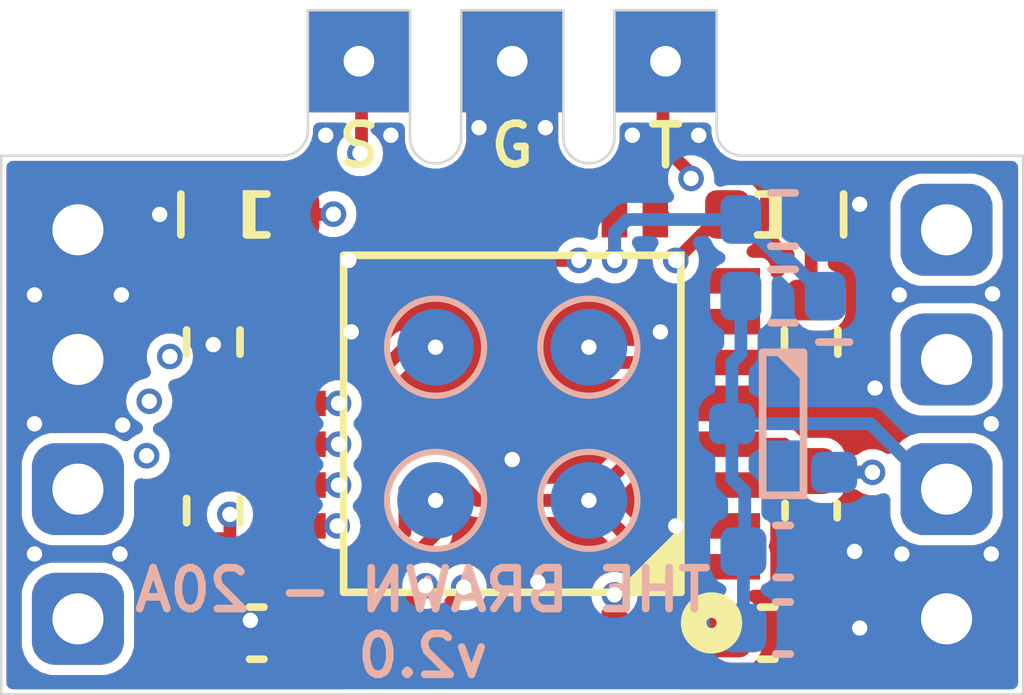
<source format=kicad_pcb>
(kicad_pcb (version 20221018) (generator pcbnew)
  (title_block (title "THE BRAWN - 20A LOGIC") (date "2023-05-29") (rev "v2.0") (company "CB-TECHNOLOGY"))
  (layers (0 "F.Cu" signal) (1 "In1.Cu" signal) (2 "In2.Cu" signal) (31 "B.Cu" signal) (34 "B.Paste" user) (35 "F.Paste" user) (36 "B.SilkS" user "B.Silkscreen") (37 "F.SilkS" user "F.Silkscreen") (38 "B.Mask" user) (39 "F.Mask" user) (44 "Edge.Cuts" user))
  (net 0 "")
  (net 1 "unconnected-(U1-PA2-Pad9)")
  (net 3 "VCC")
  (net 5 "GND")
  (net 6 "+3.3V")
  (net 12 "/SIGNAL")
  (net 14 "/LED_GREEN")
  (net 15 "/nRST")
  (net 16 "/A_FET_N1")
  (net 17 "/A_FET_N1_HS")
  (net 18 "/LED_RED")
  (net 20 "/V_BATT")
  (net 22 "/SWDIO")
  (net 23 "/SWDCLK")
  (net 25 "/A_FET_N2_HS")
  (net 26 "/A_FET_N2")
  (net 33 "Net-(DS1-K)")
  (net 34 "Net-(DS2-K)")
  (net 35 "/INVERT")
  (footprint "MountingHole:MountingHole_2.2mm_M2_Pad_TopBottom" (layer "F.Cu") (at 145.5 152.2)
    (fp_text reference "H3" hide)
    (fp_text value "MountingHole_Pad")
    (pad "1" thru_hole circle (at 0 0) (size 1 1) (drill 0.6) (layers "*.Cu" "*.Mask") (net 5 "GND"))
    (pad "1" connect rect (at 0 0) (size 2 2) (layers "F.Cu" "F.Mask") (net 5 "GND"))
    (pad "1" connect rect (at 0 0) (size 2 2) (layers "B.Cu" "B.Mask") (net 5 "GND"))
  )
  (footprint "MountingHole:MountingHole_2.2mm_M2_Pad_TopBottom" (layer "F.Cu") (at 142.5 152.2)
    (fp_text reference "H2" hide)
    (fp_text value "MountingHole_Pad")
    (pad "1" thru_hole circle (at 0 0) (size 1 1) (drill 0.6) (layers "*.Cu" "*.Mask") (net 12 "/SIGNAL"))
    (pad "1" connect rect (at 0 0) (size 2 2) (layers "F.Cu" "F.Mask") (net 12 "/SIGNAL"))
    (pad "1" connect rect (at 0 0) (size 2 2) (layers "B.Cu" "B.Mask") (net 12 "/SIGNAL"))
  )
  (footprint ".R_Resistor:R_0603" (layer "F.Cu") (at 139.65 161 90)
    (fp_text reference "R2" hide)
    (fp_text value "10K" hide)
    (fp_line (start -0.237258 -0.5225) (end 0.237258 -0.5225) (stroke (width 0.15)) (layer "F.SilkS"))
    (fp_line (start -0.237258 0.5225) (end 0.237258 0.5225) (stroke (width 0.15)) (layer "F.SilkS"))
    (pad "1" smd roundrect (at -0.825 0 90) (size 0.8 0.95) (layers "F.Cu" "F.Paste" "F.Mask") (net 23 "/SWDCLK"))
    (pad "2" smd roundrect (at 0.825 0 90) (size 0.8 0.95) (layers "F.Cu" "F.Paste" "F.Mask") (net 5 "GND"))
  )
  (footprint ".J_Connector:Pins-2.54-1x4" (layer "F.Cu") (at 137 155.5)
    (fp_text reference "J2" hide)
    (fp_text value "Pins_2.54_1x4" hide)
    (pad "1" thru_hole roundrect (at 0 0) (size 1.8 1.8) (drill 1) (layers "*.Cu" "*.Mask") (net 5 "GND"))
    (pad "2" thru_hole roundrect (at 0 2.54) (size 1.8 1.8) (drill 1) (layers "*.Cu" "*.Mask") (net 5 "GND"))
    (pad "3" thru_hole roundrect (at 0 5.08) (size 1.8 1.8) (drill 1) (layers "*.Cu" "*.Mask") (net 26 "/A_FET_N2"))
    (pad "4" thru_hole roundrect (at 0 7.62) (size 1.8 1.8) (drill 1) (layers "*.Cu" "*.Mask") (net 16 "/A_FET_N1"))
  )
  (footprint ".R_Resistor:R_0603" (layer "F.Cu") (at 151.35 157.7 -90)
    (fp_text reference "R10" hide)
    (fp_text value "120R" hide)
    (fp_line (start -0.237258 -0.5225) (end 0.237258 -0.5225) (stroke (width 0.15)) (layer "F.SilkS"))
    (fp_line (start -0.237258 0.5225) (end 0.237258 0.5225) (stroke (width 0.15)) (layer "F.SilkS"))
    (pad "1" smd roundrect (at -0.825 0 270) (size 0.8 0.95) (layers "F.Cu" "F.Paste" "F.Mask") (net 34 "Net-(DS2-K)"))
    (pad "2" smd roundrect (at 0.825 0 270) (size 0.8 0.95) (layers "F.Cu" "F.Paste" "F.Mask") (net 5 "GND"))
  )
  (footprint ".R_Resistor:R_0603" (layer "F.Cu") (at 139.65 157.7 -90)
    (fp_text reference "R8" hide)
    (fp_text value "120R" hide)
    (fp_line (start -0.237258 -0.5225) (end 0.237258 -0.5225) (stroke (width 0.15)) (layer "F.SilkS"))
    (fp_line (start -0.237258 0.5225) (end 0.237258 0.5225) (stroke (width 0.15)) (layer "F.SilkS"))
    (pad "1" smd roundrect (at -0.825 0 270) (size 0.8 0.95) (layers "F.Cu" "F.Paste" "F.Mask") (net 33 "Net-(DS1-K)"))
    (pad "2" smd roundrect (at 0.825 0 270) (size 0.8 0.95) (layers "F.Cu" "F.Paste" "F.Mask") (net 5 "GND"))
  )
  (footprint ".C_Capacitor:C_0603" (layer "F.Cu") (at 151.35 161 -90)
    (fp_text reference "C5" hide)
    (fp_text value "100nF" hide)
    (fp_line (start -0.14058 -0.51) (end 0.14058 -0.51) (stroke (width 0.15)) (layer "F.SilkS"))
    (fp_line (start -0.14058 0.51) (end 0.14058 0.51) (stroke (width 0.15)) (layer "F.SilkS"))
    (pad "1" smd roundrect (at -0.775 0 270) (size 0.9 0.95) (layers "F.Cu" "F.Paste" "F.Mask") (net 6 "+3.3V"))
    (pad "2" smd roundrect (at 0.775 0 270) (size 0.9 0.95) (layers "F.Cu" "F.Paste" "F.Mask") (net 5 "GND"))
  )
  (footprint ".C_Capacitor:C_0603" (layer "F.Cu") (at 140.5 163.4 180)
    (fp_text reference "C9" hide)
    (fp_text value "4.7uF" hide)
    (fp_line (start -0.14058 -0.51) (end 0.14058 -0.51) (stroke (width 0.15)) (layer "F.SilkS"))
    (fp_line (start -0.14058 0.51) (end 0.14058 0.51) (stroke (width 0.15)) (layer "F.SilkS"))
    (pad "1" smd roundrect (at -0.775 0 180) (size 0.9 0.95) (layers "F.Cu" "F.Paste" "F.Mask") (net 6 "+3.3V"))
    (pad "2" smd roundrect (at 0.775 0 180) (size 0.9 0.95) (layers "F.Cu" "F.Paste" "F.Mask") (net 5 "GND"))
  )
  (footprint "MountingHole:MountingHole_2.2mm_M2_Pad_TopBottom" (layer "F.Cu") (at 148.5 152.2)
    (fp_text reference "H1" hide)
    (fp_text value "MountingHole_Pad")
    (pad "1" thru_hole circle (at 0 0) (size 1 1) (drill 0.6) (layers "*.Cu" "*.Mask") (net 35 "/INVERT"))
    (pad "1" connect rect (at 0 0) (size 2 2) (layers "F.Cu" "F.Mask") (net 35 "/INVERT"))
    (pad "1" connect rect (at 0 0) (size 2 2) (layers "B.Cu" "B.Mask") (net 35 "/INVERT"))
  )
  (footprint ".U_IC:LQFP32_08_7x7" (layer "F.Cu") (at 145.5 159.3 180)
    (fp_text reference "U1" hide)
    (fp_text value "STM32G030KxTx" hide)
    (fp_rect (start -3.3 3.3) (end 3.3 -3.3) (stroke (width 0.15)) (fill none) (layer "F.SilkS"))
    (fp_circle (center -3.9 -3.9) (end -3.8 -3.9) (stroke (width 0.5)) (fill none) (layer "F.SilkS"))
    (fp_poly (pts (xy -3.3 -2.1) (xy -3.3 -3.3) (xy -2.1 -3.3)) (stroke (width 0.12)) (fill solid) (layer "F.SilkS"))
    (pad "1" smd rect (at -4.25 -2.8 270) (size 0.5 1.2) (layers "F.Cu" "F.Paste" "F.Mask"))
    (pad "2" smd rect (at -4.25 -2 270) (size 0.5 1.2) (layers "F.Cu" "F.Paste" "F.Mask"))
    (pad "3" smd rect (at -4.25 -1.2 270) (size 0.5 1.2) (layers "F.Cu" "F.Paste" "F.Mask"))
    (pad "4" smd rect (at -4.25 -0.4 270) (size 0.5 1.2) (layers "F.Cu" "F.Paste" "F.Mask") (net 6 "+3.3V"))
    (pad "5" smd rect (at -4.25 0.4 270) (size 0.5 1.2) (layers "F.Cu" "F.Paste" "F.Mask") (net 5 "GND"))
    (pad "6" smd rect (at -4.25 1.2 270) (size 0.5 1.2) (layers "F.Cu" "F.Paste" "F.Mask") (net 15 "/nRST"))
    (pad "7" smd rect (at -4.25 2 270) (size 0.5 1.2) (layers "F.Cu" "F.Paste" "F.Mask"))
    (pad "8" smd rect (at -4.25 2.8 270) (size 0.5 1.2) (layers "F.Cu" "F.Paste" "F.Mask"))
    (pad "9" smd rect (at -2.8 4.25 180) (size 0.5 1.2) (layers "F.Cu" "F.Paste" "F.Mask") (net 1 "unconnected-(U1-PA2-Pad9)"))
    (pad "10" smd rect (at -2 4.25 180) (size 0.5 1.2) (layers "F.Cu" "F.Paste" "F.Mask") (net 20 "/V_BATT"))
    (pad "11" smd rect (at -1.2 4.25 180) (size 0.5 1.2) (layers "F.Cu" "F.Paste" "F.Mask"))
    (pad "12" smd rect (at -0.4 4.25 180) (size 0.5 1.2) (layers "F.Cu" "F.Paste" "F.Mask"))
    (pad "13" smd rect (at 0.4 4.25 180) (size 0.5 1.2) (layers "F.Cu" "F.Paste" "F.Mask"))
    (pad "14" smd rect (at 1.2 4.25 180) (size 0.5 1.2) (layers "F.Cu" "F.Paste" "F.Mask"))
    (pad "15" smd rect (at 2 4.25 180) (size 0.5 1.2) (layers "F.Cu" "F.Paste" "F.Mask") (net 35 "/INVERT"))
    (pad "16" smd rect (at 2.8 4.25 180) (size 0.5 1.2) (layers "F.Cu" "F.Paste" "F.Mask"))
    (pad "17" smd rect (at 4.25 2.8 270) (size 0.5 1.2) (layers "F.Cu" "F.Paste" "F.Mask"))
    (pad "18" smd rect (at 4.25 2 270) (size 0.5 1.2) (layers "F.Cu" "F.Paste" "F.Mask"))
    (pad "19" smd rect (at 4.25 1.2 270) (size 0.5 1.2) (layers "F.Cu" "F.Paste" "F.Mask"))
    (pad "20" smd rect (at 4.25 0.4 270) (size 0.5 1.2) (layers "F.Cu" "F.Paste" "F.Mask") (net 17 "/A_FET_N1_HS"))
    (pad "21" smd rect (at 4.25 -0.4 270) (size 0.5 1.2) (layers "F.Cu" "F.Paste" "F.Mask") (net 16 "/A_FET_N1"))
    (pad "22" smd rect (at 4.25 -1.2 270) (size 0.5 1.2) (layers "F.Cu" "F.Paste" "F.Mask") (net 26 "/A_FET_N2"))
    (pad "23" smd rect (at 4.25 -2 270) (size 0.5 1.2) (layers "F.Cu" "F.Paste" "F.Mask") (net 25 "/A_FET_N2_HS"))
    (pad "24" smd rect (at 4.25 -2.8 270) (size 0.5 1.2) (layers "F.Cu" "F.Paste" "F.Mask") (net 22 "/SWDIO"))
    (pad "25" smd rect (at 2.8 -4.25 180) (size 0.5 1.2) (layers "F.Cu" "F.Paste" "F.Mask") (net 23 "/SWDCLK"))
    (pad "26" smd rect (at 2 -4.25 180) (size 0.5 1.2) (layers "F.Cu" "F.Paste" "F.Mask") (net 14 "/LED_GREEN"))
    (pad "27" smd rect (at 1.2 -4.25 180) (size 0.5 1.2) (layers "F.Cu" "F.Paste" "F.Mask") (net 18 "/LED_RED"))
    (pad "28" smd rect (at 0.4 -4.25 180) (size 0.5 1.2) (layers "F.Cu" "F.Paste" "F.Mask"))
    (pad "29" smd rect (at -0.4 -4.25 180) (size 0.5 1.2) (layers "F.Cu" "F.Paste" "F.Mask"))
    (pad "30" smd rect (at -1.2 -4.25 180) (size 0.5 1.2) (layers "F.Cu" "F.Paste" "F.Mask"))
    (pad "31" smd rect (at -2 -4.25 180) (size 0.5 1.2) (layers "F.Cu" "F.Paste" "F.Mask") (net 12 "/SIGNAL"))
    (pad "32" smd rect (at -2.8 -4.25 180) (size 0.5 1.2) (layers "F.Cu" "F.Paste" "F.Mask"))
  )
  (footprint ".C_Capacitor:C_0603" (layer "F.Cu") (at 150.5 163.4)
    (fp_text reference "C7" hide)
    (fp_text value "1uF" hide)
    (fp_line (start -0.14058 -0.51) (end 0.14058 -0.51) (stroke (width 0.15)) (layer "F.SilkS"))
    (fp_line (start -0.14058 0.51) (end 0.14058 0.51) (stroke (width 0.15)) (layer "F.SilkS"))
    (pad "1" smd roundrect (at -0.775 0) (size 0.9 0.95) (layers "F.Cu" "F.Paste" "F.Mask") (net 6 "+3.3V"))
    (pad "2" smd roundrect (at 0.775 0) (size 0.9 0.95) (layers "F.Cu" "F.Paste" "F.Mask") (net 5 "GND"))
  )
  (footprint ".DS_LED:DS_0603" (layer "F.Cu") (at 150.5 155.2 180)
    (fp_text reference "DS2" hide)
    (fp_text value "GREEN" hide)
    (fp_line (start -1.485 -0.4) (end -1.485 0.4) (stroke (width 0.15)) (layer "F.SilkS"))
    (fp_line (start -0.2 -0.4) (end 0.2 -0.4) (stroke (width 0.15)) (layer "F.SilkS"))
    (fp_line (start -0.2 0.4) (end 0.2 0.4) (stroke (width 0.15)) (layer "F.SilkS"))
    (fp_rect (start -0.2 -0.4) (end -0.1 0.4) (stroke (width 0.15)) (fill solid) (layer "F.SilkS"))
    (pad "1" smd roundrect (at -0.7875 0 180) (size 0.875 0.95) (layers "F.Cu" "F.Paste" "F.Mask") (net 34 "Net-(DS2-K)"))
    (pad "2" smd roundrect (at 0.7875 0 180) (size 0.875 0.95) (layers "F.Cu" "F.Paste" "F.Mask") (net 14 "/LED_GREEN"))
  )
  (footprint ".J_Connector:Pins-2.54-1x4" (layer "F.Cu") (at 154 155.5)
    (fp_text reference "J1" hide)
    (fp_text value "Pins_2.54_1x4" hide)
    (pad "1" thru_hole roundrect (at 0 0) (size 1.8 1.8) (drill 1) (layers "*.Cu" "*.Mask") (net 17 "/A_FET_N1_HS"))
    (pad "2" thru_hole roundrect (at 0 2.54) (size 1.8 1.8) (drill 1) (layers "*.Cu" "*.Mask") (net 25 "/A_FET_N2_HS"))
    (pad "3" thru_hole roundrect (at 0 5.08) (size 1.8 1.8) (drill 1) (layers "*.Cu" "*.Mask") (net 3 "VCC"))
    (pad "4" thru_hole roundrect (at 0 7.62) (size 1.8 1.8) (drill 1) (layers "*.Cu" "*.Mask") (net 5 "GND"))
  )
  (footprint ".DS_LED:DS_0603" (layer "F.Cu") (at 140.5 155.2)
    (fp_text reference "DS1" hide)
    (fp_text value "RED" hide)
    (fp_line (start -1.485 -0.4) (end -1.485 0.4) (stroke (width 0.15)) (layer "F.SilkS"))
    (fp_line (start -0.2 -0.4) (end 0.2 -0.4) (stroke (width 0.15)) (layer "F.SilkS"))
    (fp_line (start -0.2 0.4) (end 0.2 0.4) (stroke (width 0.15)) (layer "F.SilkS"))
    (fp_rect (start -0.2 -0.4) (end -0.1 0.4) (stroke (width 0.15)) (fill solid) (layer "F.SilkS"))
    (pad "1" smd roundrect (at -0.7875 0) (size 0.875 0.95) (layers "F.Cu" "F.Paste" "F.Mask") (net 33 "Net-(DS1-K)"))
    (pad "2" smd roundrect (at 0.7875 0) (size 0.875 0.95) (layers "F.Cu" "F.Paste" "F.Mask") (net 18 "/LED_RED"))
  )
  (footprint "TestPoint:TestPoint_Pad_D1.5mm" (layer "B.Cu") (at 147 160.8 180)
    (fp_text reference "TP1" hide)
    (fp_text value "TestPoint")
    (fp_circle (center 0 0) (end 0 -0.95) (stroke (width 0.12)) (fill none) (layer "B.SilkS"))
    (pad "1" smd circle (at 0 0 180) (size 1.5 1.5) (layers "B.Cu" "B.Mask") (net 6 "+3.3V"))
  )
  (footprint "TestPoint:TestPoint_Pad_D1.5mm" (layer "B.Cu") (at 144 157.8 180)
    (fp_text reference "TP3" hide)
    (fp_text value "TestPoint")
    (fp_circle (center 0 0) (end 0 -0.95) (stroke (width 0.12)) (fill none) (layer "B.SilkS"))
    (pad "1" smd circle (at 0 0 180) (size 1.5 1.5) (layers "B.Cu" "B.Mask") (net 22 "/SWDIO"))
  )
  (footprint ".R_Resistor:R_0603" (layer "B.Cu") (at 150.8 155.3)
    (fp_text reference "R4" hide)
    (fp_text value "10K" hide)
    (fp_line (start -0.237258 -0.5225) (end 0.237258 -0.5225) (stroke (width 0.15)) (layer "B.SilkS"))
    (fp_line (start -0.237258 0.5225) (end 0.237258 0.5225) (stroke (width 0.15)) (layer "B.SilkS"))
    (pad "1" smd roundrect (at -0.825 0) (size 0.8 0.95) (layers "B.Cu" "B.Paste" "B.Mask") (net 20 "/V_BATT"))
    (pad "2" smd roundrect (at 0.825 0) (size 0.8 0.95) (layers "B.Cu" "B.Paste" "B.Mask") (net 5 "GND"))
  )
  (footprint ".C_Capacitor:C_0603" (layer "B.Cu") (at 150.8 163.3)
    (fp_text reference "C1" hide)
    (fp_text value "1uF" hide)
    (fp_line (start -0.14058 -0.51) (end 0.14058 -0.51) (stroke (width 0.15)) (layer "B.SilkS"))
    (fp_line (start -0.14058 0.51) (end 0.14058 0.51) (stroke (width 0.15)) (layer "B.SilkS"))
    (pad "1" smd roundrect (at -0.775 0) (size 0.9 0.95) (layers "B.Cu" "B.Paste" "B.Mask") (net 3 "VCC"))
    (pad "2" smd roundrect (at 0.775 0) (size 0.9 0.95) (layers "B.Cu" "B.Paste" "B.Mask") (net 5 "GND"))
  )
  (footprint ".R_Resistor:R_0603" (layer "B.Cu") (at 150.8 156.8)
    (fp_text reference "R3" hide)
    (fp_text value "62K" hide)
    (fp_line (start -0.237258 -0.5225) (end 0.237258 -0.5225) (stroke (width 0.15)) (layer "B.SilkS"))
    (fp_line (start -0.237258 0.5225) (end 0.237258 0.5225) (stroke (width 0.15)) (layer "B.SilkS"))
    (pad "1" smd roundrect (at -0.825 0) (size 0.8 0.95) (layers "B.Cu" "B.Paste" "B.Mask") (net 3 "VCC"))
    (pad "2" smd roundrect (at 0.825 0) (size 0.8 0.95) (layers "B.Cu" "B.Paste" "B.Mask") (net 20 "/V_BATT"))
  )
  (footprint ".C_Capacitor:C_0603" (layer "B.Cu") (at 150.8 161.8)
    (fp_text reference "C3" hide)
    (fp_text value "100nF" hide)
    (fp_line (start -0.14058 -0.51) (end 0.14058 -0.51) (stroke (width 0.15)) (layer "B.SilkS"))
    (fp_line (start -0.14058 0.51) (end 0.14058 0.51) (stroke (width 0.15)) (layer "B.SilkS"))
    (pad "1" smd roundrect (at -0.775 0) (size 0.9 0.95) (layers "B.Cu" "B.Paste" "B.Mask") (net 3 "VCC"))
    (pad "2" smd roundrect (at 0.775 0) (size 0.9 0.95) (layers "B.Cu" "B.Paste" "B.Mask") (net 5 "GND"))
  )
  (footprint "TestPoint:TestPoint_Pad_D1.5mm" (layer "B.Cu") (at 147 157.8 180)
    (fp_text reference "TP2" hide)
    (fp_text value "TestPoint")
    (fp_circle (center 0 0) (end 0 -0.95) (stroke (width 0.12)) (fill none) (layer "B.SilkS"))
    (pad "1" smd circle (at 0 0 180) (size 1.5 1.5) (layers "B.Cu" "B.Mask") (net 15 "/nRST"))
  )
  (footprint ".U_IC:SOT23_3" (layer "B.Cu") (at 150.8 159.3 180)
    (fp_text reference "U2" hide)
    (fp_text value "LR7533" hide)
    (fp_line (start -1.3 1.6) (end -0.7 1.6) (stroke (width 0.15)) (layer "B.SilkS"))
    (fp_rect (start -0.4 -1.4) (end 0.4 1.4) (stroke (width 0.15)) (fill none) (layer "B.SilkS"))
    (fp_poly (pts (xy -0.4 0.9) (xy -0.4 1.4) (xy 0.1 1.4)) (stroke (width 0.12)) (fill solid) (layer "B.SilkS"))
    (pad "1" smd roundrect (at -1 0.95 180) (size 0.9 0.8) (layers "B.Cu" "B.Paste" "B.Mask") (net 5 "GND"))
    (pad "2" smd roundrect (at -1 -0.95 180) (size 0.9 0.8) (layers "B.Cu" "B.Paste" "B.Mask") (net 6 "+3.3V"))
    (pad "3" smd roundrect (at 1 0 180) (size 0.9 0.8) (layers "B.Cu" "B.Paste" "B.Mask") (net 3 "VCC"))
  )
  (footprint "TestPoint:TestPoint_Pad_D1.5mm" (layer "B.Cu") (at 144 160.8 180)
    (fp_text reference "TP4" hide)
    (fp_text value "TestPoint")
    (fp_circle (center 0 0) (end 0 -0.95) (stroke (width 0.12)) (fill none) (layer "B.SilkS"))
    (pad "1" smd circle (at 0 0 180) (size 1.5 1.5) (layers "B.Cu" "B.Mask") (net 23 "/SWDCLK"))
  )
  (gr_line (start 148.25 153.425) (end 148.75 153.425) (stroke (width 0.15)) (layer "F.SilkS"))
  (gr_line (start 148.5 153.425) (end 148.5 154.225) (stroke (width 0.15)) (layer "F.SilkS"))
  (gr_line (start 146.5 151.2) (end 144.5 151.2) (stroke (width 0.05)) (layer "Edge.Cuts"))
  (gr_line (start 143.5 153.7) (end 143.5 151.2) (stroke (width 0.05)) (layer "Edge.Cuts"))
  (gr_line (start 149.5 151.2) (end 149.5 153.55) (stroke (width 0.05)) (layer "Edge.Cuts"))
  (gr_line (start 141.5 151.2) (end 141.5 153.55) (stroke (width 0.05)) (layer "Edge.Cuts"))
  (gr_line (start 155.5 154.05) (end 155.5 164.6) (stroke (width 0.05)) (layer "Edge.Cuts"))
  (gr_arc (start 150 154.05) (mid 149.646447 153.903553) (end 149.5 153.55) (stroke (width 0.05)) (layer "Edge.Cuts"))
  (gr_line (start 147.5 151.2) (end 149.5 151.2) (stroke (width 0.05)) (layer "Edge.Cuts"))
  (gr_line (start 135.5 154.05) (end 135.5 164.6) (stroke (width 0.05)) (layer "Edge.Cuts"))
  (gr_line (start 144.5 151.2) (end 144.5 153.7) (stroke (width 0.05)) (layer "Edge.Cuts"))
  (gr_line (start 143.5 151.2) (end 141.5 151.2) (stroke (width 0.05)) (layer "Edge.Cuts"))
  (gr_arc (start 141.5 153.55) (mid 141.353553 153.903553) (end 141 154.05) (stroke (width 0.05)) (layer "Edge.Cuts"))
  (gr_arc (start 147.5 153.7) (mid 147.353553 154.053553) (end 147 154.2) (stroke (width 0.05)) (layer "Edge.Cuts"))
  (gr_arc (start 147 154.2) (mid 146.646447 154.053553) (end 146.5 153.7) (stroke (width 0.05)) (layer "Edge.Cuts"))
  (gr_line (start 147.5 151.2) (end 147.5 153.7) (stroke (width 0.05)) (layer "Edge.Cuts"))
  (gr_line (start 155.5 164.6) (end 135.5 164.6) (stroke (width 0.05)) (layer "Edge.Cuts"))
  (gr_line (start 135.5 154.05) (end 141 154.05) (stroke (width 0.05)) (layer "Edge.Cuts"))
  (gr_line (start 150 154.05) (end 155.5 154.05) (stroke (width 0.05)) (layer "Edge.Cuts"))
  (gr_arc (start 144.5 153.7) (mid 144.353553 154.053553) (end 144 154.2) (stroke (width 0.05)) (layer "Edge.Cuts"))
  (gr_arc (start 144 154.2) (mid 143.646447 154.053553) (end 143.5 153.7) (stroke (width 0.05)) (layer "Edge.Cuts"))
  (gr_line (start 146.5 153.7) (end 146.5 151.2) (stroke (width 0.05)) (layer "Edge.Cuts"))
  (gr_text "THE BRAWN - 20A\nv2.0" (at 143.75 163.2) (layer "B.SilkS") (effects (font (size 0.8 0.8)) (justify mirror)))
  (gr_text "S" (at 142.5 153.85) (layer "F.SilkS") (effects (font (size 0.8 0.8))))
  (gr_text "G" (at 145.5 153.85) (layer "F.SilkS") (effects (font (size 0.8 0.8))))
  (segment (start 148.45 155.2) (end 148.3 155.05) (width 0.25) (layer "F.Cu") (net 1))
  (segment (start 150.05 161.775) (end 150.025 161.8) (width 0.25) (layer "B.Cu") (net 3))
  (segment (start 149.8 158.1) (end 149.975 157.925) (width 0.25) (layer "B.Cu") (net 3))
  (segment (start 154.2 160.58) (end 153.791827 160.58) (width 0.25) (layer "B.Cu") (net 3))
  (segment (start 149.8 159.3) (end 149.8 160.375) (width 0.25) (layer "B.Cu") (net 3))
  (segment (start 150.05 160.625) (end 150.05 161.775) (width 0.25) (layer "B.Cu") (net 3))
  (segment (start 149.8 160.375) (end 150.05 160.625) (width 0.25) (layer "B.Cu") (net 3))
  (segment (start 152.511827 159.3) (end 149.8 159.3) (width 0.25) (layer "B.Cu") (net 3))
  (segment (start 150.025 161.8) (end 150.025 163.3) (width 0.25) (layer "B.Cu") (net 3))
  (segment (start 149.8 159.3) (end 149.8 158.1) (width 0.25) (layer "B.Cu") (net 3))
  (segment (start 153.791827 160.58) (end 152.511827 159.3) (width 0.25) (layer "B.Cu") (net 3))
  (segment (start 149.975 157.925) (end 149.975 156.8) (width 0.25) (layer "B.Cu") (net 3))
  (segment (start 140.3755 163.1505) (end 139.9745 163.1505) (width 0.25) (layer "F.Cu") (net 5))
  (segment (start 139.9745 163.1505) (end 139.725 163.4) (width 0.25) (layer "F.Cu") (net 5))
  (via (at 136.15 159.3) (size 0.5) (drill 0.3) (layers "F.Cu" "B.Cu") (net 5))
  (via (at 145.5 160) (size 0.5) (drill 0.3) (layers "F.Cu" "B.Cu") (net 5))
  (via (at 152.6 158.6) (size 0.5) (drill 0.3) (layers "F.Cu" "B.Cu") (net 5))
  (via (at 154.875 161.85) (size 0.5) (drill 0.3) (layers "F.Cu" "B.Cu") (net 5))
  (via (at 154.875 159.3) (size 0.5) (drill 0.3) (layers "F.Cu" "B.Cu") (net 5))
  (via (at 137.822216 161.851125) (size 0.5) (drill 0.3) (layers "F.Cu" "B.Cu") (net 5))
  (via (at 153.075 156.775) (size 0.5) (drill 0.3) (layers "F.Cu" "B.Cu") (net 5))
  (via (at 137.875 159.325) (size 0.5) (drill 0.3) (layers "F.Cu" "B.Cu") (net 5))
  (via (at 137.85 156.775) (size 0.5) (drill 0.3) (layers "F.Cu" "B.Cu") (net 5))
  (via (at 144.85 153.5) (size 0.5) (drill 0.3) (layers "F.Cu" "B.Cu") (net 5))
  (via (at 148.7 161.3) (size 0.5) (drill 0.3) (layers "F.Cu" "B.Cu") (net 5))
  (via (at 149.15 153.65) (size 0.5) (drill 0.3) (layers "F.Cu" "B.Cu") (net 5))
  (via (at 142.3 156.1) (size 0.5) (drill 0.3) (layers "F.Cu" "B.Cu") (net 5))
  (via (at 153.125 161.85) (size 0.5) (drill 0.3) (layers "F.Cu" "B.Cu") (net 5))
  (via (at 142.35 157.5) (size 0.5) (drill 0.3) (layers "F.Cu" "B.Cu") (net 5))
  (via (at 152.3 163.3) (size 0.5) (drill 0.3) (layers "F.Cu" "B.Cu") (net 5))
  (via (at 154.9 156.754538) (size 0.5) (drill 0.3) (layers "F.Cu" "B.Cu") (net 5))
  (via (at 139.65 157.75) (size 0.5) (drill 0.3) (layers "F.Cu" "B.Cu") (net 5))
  (via (at 146.15 153.5) (size 0.5) (drill 0.3) (layers "F.Cu" "B.Cu") (net 5))
  (via (at 147.85 153.649502) (size 0.5) (drill 0.3) (layers "F.Cu" "B.Cu") (net 5))
  (via (at 140.3755 163.1505) (size 0.5) (drill 0.3) (layers "F.Cu" "B.Cu") (net 5))
  (via (at 152.2 161.8) (size 0.5) (drill 0.3) (layers "F.Cu" "B.Cu") (net 5))
  (via (at 146 162.4) (size 0.5) (drill 0.3) (layers "F.Cu" "B.Cu") (net 5))
  (via (at 143.1245 153.649502) (size 0.5) (drill 0.3) (layers "F.Cu" "B.Cu") (net 5))
  (via (at 152.3 155) (size 0.5) (drill 0.3) (layers "F.Cu" "B.Cu") (net 5))
  (via (at 148.4 157.5) (size 0.5) (drill 0.3) (layers "F.Cu" "B.Cu") (net 5))
  (via (at 136.15 156.775) (size 0.5) (drill 0.3) (layers "F.Cu" "B.Cu") (net 5))
  (via (at 138.6 155.2) (size 0.5) (drill 0.3) (layers "F.Cu" "B.Cu") (net 5))
  (via (at 141.85 153.649502) (size 0.5) (drill 0.3) (layers "F.Cu" "B.Cu") (net 5))
  (via (at 136.15 161.85) (size 0.5) (drill 0.3) (layers "F.Cu" "B.Cu") (net 5))
  (segment (start 148.1 159.7) (end 148.85 159.7) (width 0.25) (layer "F.Cu") (net 6))
  (segment (start 149.625 163.4) (end 147.025 160.8) (width 0.25) (layer "F.Cu") (net 6))
  (segment (start 152.55 160.25) (end 151.375 160.25) (width 0.25) (layer "F.Cu") (net 6))
  (segment (start 147.025 160.8) (end 147 160.8) (width 0.25) (layer "F.Cu") (net 6))
  (segment (start 141.275 163.4) (end 141.424569 163.4) (width 0.25) (layer "F.Cu") (net 6))
  (segment (start 144.825 160.8) (end 147 160.8) (width 0.25) (layer "F.Cu") (net 6))
  (segment (start 149.75 159.7) (end 148.85 159.7) (width 0.25) (layer "F.Cu") (net 6))
  (segment (start 151.375 160.25) (end 151.35 160.225) (width 0.25) (layer "F.Cu") (net 6))
  (segment (start 149.725 163.4) (end 149.625 163.4) (width 0.25) (layer "F.Cu") (net 6))
  (segment (start 150.825 159.7) (end 149.75 159.7) (width 0.25) (layer "F.Cu") (net 6))
  (segment (start 143.4 160.586827) (end 143.761827 160.225) (width 0.25) (layer "F.Cu") (net 6))
  (segment (start 144.25 160.225) (end 144.825 160.8) (width 0.25) (layer "F.Cu") (net 6))
  (segment (start 151.35 160.225) (end 150.825 159.7) (width 0.25) (layer "F.Cu") (net 6))
  (segment (start 143.761827 160.225) (end 144.25 160.225) (width 0.25) (layer "F.Cu") (net 6))
  (segment (start 141.275 163.4) (end 141.4 163.4) (width 0.25) (layer "F.Cu") (net 6))
  (segment (start 147 160.8) (end 148.1 159.7) (width 0.25) (layer "F.Cu") (net 6))
  (segment (start 143.4 161.424569) (end 143.4 160.586827) (width 0.25) (layer "F.Cu") (net 6))
  (segment (start 141.424569 163.4) (end 143.4 161.424569) (width 0.25) (layer "F.Cu") (net 6))
  (via (at 147 160.8) (size 0.5) (drill 0.3) (layers "F.Cu" "B.Cu") (net 6))
  (via (at 152.55 160.25) (size 0.5) (drill 0.3) (layers "F.Cu" "B.Cu") (net 6))
  (segment (start 152.55 160.25) (end 151.8 160.25) (width 0.25) (layer "B.Cu") (net 6))
  (segment (start 147.5 163.6) (end 147.5 162.65) (width 0.25) (layer "F.Cu") (net 12))
  (segment (start 142.55 153.9) (end 142.55 152.55) (width 0.25) (layer "F.Cu") (net 12))
  (via (at 142.519435 154.000498) (size 0.5) (drill 0.3) (layers "F.Cu" "B.Cu") (net 12))
  (via (at 147.5 162.65) (size 0.5) (drill 0.3) (layers "F.Cu" "B.Cu") (net 12))
  (segment (start 143.5 162.773431) (end 143.5 163.55) (width 0.25) (layer "F.Cu") (net 14))
  (segment (start 143.800864 162.472567) (end 143.5 162.773431) (width 0.25) (layer "F.Cu") (net 14))
  (segment (start 149.6 155.2) (end 148.7 156.1) (width 0.25) (layer "F.Cu") (net 14))
  (segment (start 143.800864 162.472567) (end 143.736715 162.536716) (width 0.25) (layer "F.Cu") (net 14))
  (segment (start 149.7125 155.2) (end 149.6 155.2) (width 0.25) (layer "F.Cu") (net 14))
  (via (at 148.7 156.1) (size 0.5) (drill 0.3) (layers "F.Cu" "B.Cu") (net 14))
  (via (at 143.800864 162.472567) (size 0.5) (drill 0.3) (layers "F.Cu" "B.Cu") (net 14))
  (via (at 138.7995 157.982621) (size 0.5) (drill 0.3) (layers "F.Cu" "B.Cu") (net 14))
  (segment (start 147.3 158.1) (end 147 157.8) (width 0.25) (layer "F.Cu") (net 15))
  (segment (start 149.75 158.1) (end 147.3 158.1) (width 0.25) (layer "F.Cu") (net 15))
  (via (at 147 157.8) (size 0.5) (drill 0.3) (layers "F.Cu" "B.Cu") (net 15))
  (segment (start 141.15 159.7) (end 142.1 159.7) (width 0.25) (layer "F.Cu") (net 16))
  (via (at 142.1 159.7) (size 0.5) (drill 0.3) (layers "F.Cu" "B.Cu") (net 16))
  (via (at 138.3438 159.9255) (size 0.5) (drill 0.3) (layers "F.Cu" "B.Cu") (net 16))
  (segment (start 142.113173 159.7) (end 142.1 159.7) (width 0.25) (layer "B.Cu") (net 16))
  (segment (start 141.15 158.9) (end 142.1 158.9) (width 0.25) (layer "F.Cu") (net 17))
  (via (at 142.1 158.9) (size 0.5) (drill 0.3) (layers "F.Cu" "B.Cu") (net 17))
  (segment (start 144.3 162.786604) (end 144.3 163.55) (width 0.25) (layer "F.Cu") (net 18))
  (segment (start 141.994 155.2) (end 141.2875 155.2) (width 0.25) (layer "F.Cu") (net 18))
  (segment (start 144.55 162.5) (end 144.55 162.536604) (width 0.25) (layer "F.Cu") (net 18))
  (segment (start 144.55 162.536604) (end 144.3 162.786604) (width 0.25) (layer "F.Cu") (net 18))
  (segment (start 142.000498 155.193502) (end 141.994 155.2) (width 0.25) (layer "F.Cu") (net 18))
  (via (at 142.000498 155.193502) (size 0.5) (drill 0.3) (layers "F.Cu" "B.Cu") (net 18))
  (via (at 138.396298 158.858575) (size 0.5) (drill 0.3) (layers "F.Cu" "B.Cu") (net 18))
  (via (at 144.55 162.5) (size 0.5) (drill 0.3) (layers "F.Cu" "B.Cu") (net 18))
  (segment (start 147.5 155.025) (end 147.5 156.094552) (width 0.25) (layer "F.Cu") (net 20))
  (segment (start 147.5 156.094552) (end 147.505452 156.100004) (width 0.25) (layer "F.Cu") (net 20))
  (via (at 147.505452 156.100004) (size 0.5) (drill 0.3) (layers "F.Cu" "B.Cu") (net 20))
  (segment (start 147.505452 155.544548) (end 147.75 155.3) (width 0.25) (layer "B.Cu") (net 20))
  (segment (start 147.75 155.3) (end 149.975 155.3) (width 0.25) (layer "B.Cu") (net 20))
  (segment (start 150.75 156.075) (end 149.975 155.3) (width 0.25) (layer "B.Cu") (net 20))
  (segment (start 150.9 156.075) (end 150.75 156.075) (width 0.25) (layer "B.Cu") (net 20))
  (segment (start 151.625 156.8) (end 150.9 156.075) (width 0.25) (layer "B.Cu") (net 20))
  (segment (start 147.505452 156.100004) (end 147.505452 155.544548) (width 0.25) (layer "B.Cu") (net 20))
  (segment (start 142.7 158.5) (end 143.4 157.8) (width 0.25) (layer "F.Cu") (net 22))
  (segment (start 141.25 162.1) (end 142.088173 162.1) (width 0.25) (layer "F.Cu") (net 22))
  (segment (start 142.088173 162.1) (end 142.7 161.488173) (width 0.25) (layer "F.Cu") (net 22))
  (segment (start 143.4 157.8) (end 144 157.8) (width 0.25) (layer "F.Cu") (net 22))
  (segment (start 142.7 161.488173) (end 142.7 158.5) (width 0.25) (layer "F.Cu") (net 22))
  (via (at 144 157.8) (size 0.5) (drill 0.3) (layers "F.Cu" "B.Cu") (net 22))
  (segment (start 142.7 162.760965) (end 144 161.460965) (width 0.25) (layer "F.Cu") (net 23))
  (segment (start 139.9745 161.5005) (end 139.65 161.825) (width 0.25) (layer "F.Cu") (net 23))
  (segment (start 139.9745 161.0745) (end 139.9745 161.5005) (width 0.25) (layer "F.Cu") (net 23))
  (segment (start 142.7 163.55) (end 142.7 162.760965) (width 0.25) (layer "F.Cu") (net 23))
  (segment (start 144 161.460965) (end 144 160.8) (width 0.25) (layer "F.Cu") (net 23))
  (via (at 139.9745 161.0745) (size 0.5) (drill 0.3) (layers "F.Cu" "B.Cu") (net 23))
  (via (at 144 160.8) (size 0.5) (drill 0.3) (layers "F.Cu" "B.Cu") (net 23))
  (segment (start 141.125 161.3) (end 142.075 161.3) (width 0.25) (layer "F.Cu") (net 25))
  (via (at 142.075 161.3) (size 0.5) (drill 0.3) (layers "F.Cu" "B.Cu") (net 25))
  (segment (start 141.15 160.5) (end 142.1 160.5) (width 0.25) (layer "F.Cu") (net 26))
  (via (at 142.1 160.5) (size 0.5) (drill 0.3) (layers "F.Cu" "B.Cu") (net 26))
  (segment (start 137.08 160.5) (end 137 160.58) (width 0.25) (layer "B.Cu") (net 26))
  (segment (start 139.65 155.2625) (end 139.7125 155.2) (width 0.25) (layer "F.Cu") (net 33))
  (segment (start 139.65 156.875) (end 139.65 155.2625) (width 0.25) (layer "F.Cu") (net 33))
  (segment (start 151.35 155.2625) (end 151.2875 155.2) (width 0.25) (layer "F.Cu") (net 34))
  (segment (start 151.35 156.875) (end 151.35 155.2625) (width 0.25) (layer "F.Cu") (net 34))
  (segment (start 148.9995 154.3995) (end 148.45 153.85) (width 0.25) (layer "F.Cu") (net 35))
  (segment (start 146.80595 156.099502) (end 143.799502 156.099502) (width 0.25) (layer "F.Cu") (net 35))
  (segment (start 143.799502 156.099502) (end 143.5 155.8) (width 0.25) (layer "F.Cu") (net 35))
  (segment (start 143.5 155.8) (end 143.5 155.05) (width 0.25) (layer "F.Cu") (net 35))
  (segment (start 148.9995 154.494) (end 148.9995 154.3995) (width 0.25) (layer "F.Cu") (net 35))
  (segment (start 148.45 153.85) (end 148.45 152.575) (width 0.25) (layer "F.Cu") (net 35))
  (via (at 148.9995 154.494) (size 0.5) (drill 0.3) (layers "F.Cu" "B.Cu") (net 35))
  (via (at 146.80595 156.099502) (size 0.5) (drill 0.3) (layers "F.Cu" "B.Cu") (net 35))
  (zone (net 5) (net_name "GND") (layers "F.Cu" "In1.Cu" "In2.Cu" "B.Cu") (priority 1) (connect_pads yes (clearance 0.2)) (min_thickness 0.25) (fill yes (thermal_gap 0.5) (thermal_bridge_width 0.5))
    (polygon (pts (xy 155.5 164.6) (xy 135.5 164.6) (xy 135.5 151) (xy 155.5 151.05)))
  )
)
</source>
